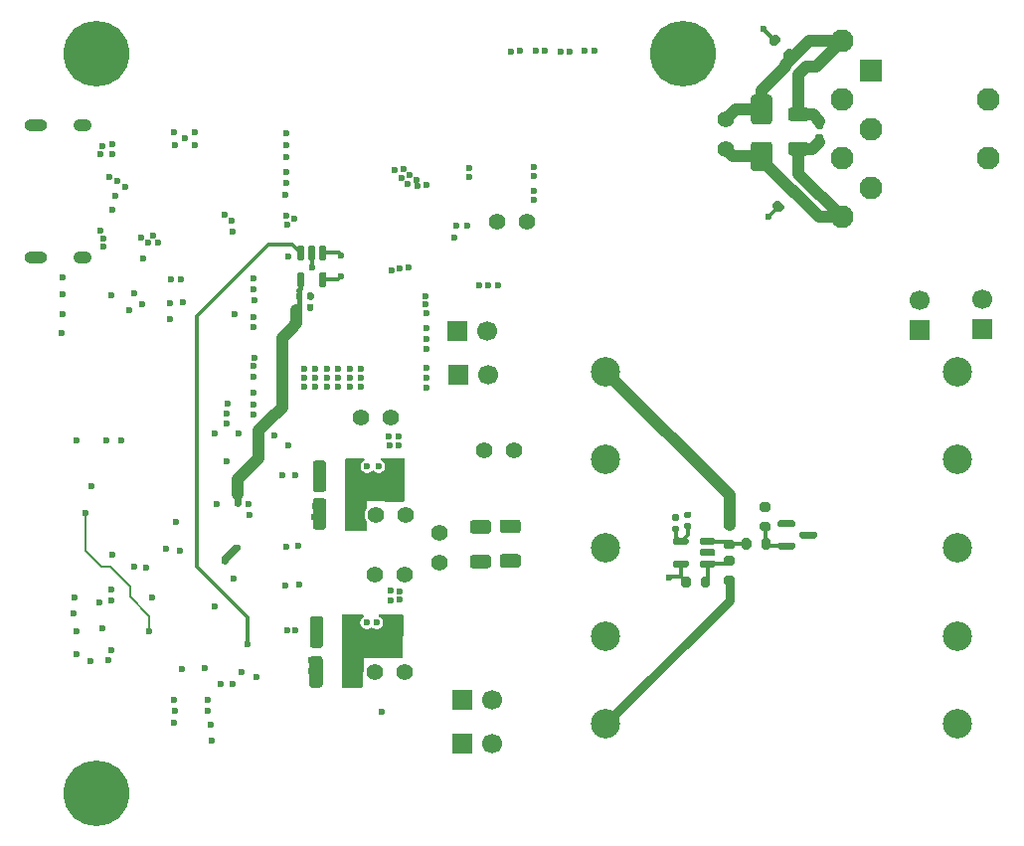
<source format=gbr>
G04 #@! TF.GenerationSoftware,KiCad,Pcbnew,9.0.1+1*
G04 #@! TF.CreationDate,2025-12-16T10:26:37+00:00*
G04 #@! TF.ProjectId,c64psu,63363470-7375-42e6-9b69-6361645f7063,rev?*
G04 #@! TF.SameCoordinates,Original*
G04 #@! TF.FileFunction,Copper,L4,Bot*
G04 #@! TF.FilePolarity,Positive*
%FSLAX46Y46*%
G04 Gerber Fmt 4.6, Leading zero omitted, Abs format (unit mm)*
G04 Created by KiCad (PCBNEW 9.0.1+1) date 2025-12-16 10:26:37*
%MOMM*%
%LPD*%
G01*
G04 APERTURE LIST*
G04 #@! TA.AperFunction,ComponentPad*
%ADD10C,2.500000*%
G04 #@! TD*
G04 #@! TA.AperFunction,ComponentPad*
%ADD11C,1.400000*%
G04 #@! TD*
G04 #@! TA.AperFunction,ComponentPad*
%ADD12C,3.600000*%
G04 #@! TD*
G04 #@! TA.AperFunction,ConnectorPad*
%ADD13C,5.600000*%
G04 #@! TD*
G04 #@! TA.AperFunction,ComponentPad*
%ADD14R,1.700000X1.700000*%
G04 #@! TD*
G04 #@! TA.AperFunction,ComponentPad*
%ADD15C,1.700000*%
G04 #@! TD*
G04 #@! TA.AperFunction,ComponentPad*
%ADD16O,1.550000X1.050000*%
G04 #@! TD*
G04 #@! TA.AperFunction,ComponentPad*
%ADD17O,1.950000X1.050000*%
G04 #@! TD*
G04 #@! TA.AperFunction,ComponentPad*
%ADD18C,1.950000*%
G04 #@! TD*
G04 #@! TA.AperFunction,ComponentPad*
%ADD19R,1.950000X1.950000*%
G04 #@! TD*
G04 #@! TA.AperFunction,ViaPad*
%ADD20C,0.600000*%
G04 #@! TD*
G04 #@! TA.AperFunction,Conductor*
%ADD21C,0.300000*%
G04 #@! TD*
G04 #@! TA.AperFunction,Conductor*
%ADD22C,0.800000*%
G04 #@! TD*
G04 #@! TA.AperFunction,Conductor*
%ADD23C,1.000000*%
G04 #@! TD*
G04 #@! TA.AperFunction,Conductor*
%ADD24C,0.600000*%
G04 #@! TD*
G04 #@! TA.AperFunction,Conductor*
%ADD25C,0.400000*%
G04 #@! TD*
G04 #@! TA.AperFunction,Conductor*
%ADD26C,0.210000*%
G04 #@! TD*
G04 APERTURE END LIST*
D10*
X183370000Y-69110000D03*
X183370000Y-76610000D03*
X183370000Y-84110000D03*
X183370000Y-91610000D03*
X183370000Y-99110000D03*
X213370000Y-69110000D03*
X213370000Y-76610000D03*
X213370000Y-84110000D03*
X213370000Y-91610000D03*
X213370000Y-99110000D03*
D11*
X163748400Y-94691200D03*
X166288400Y-94691200D03*
X163799200Y-81330800D03*
X166339200Y-81330800D03*
D12*
X190000000Y-42000000D03*
D13*
X190000000Y-42000000D03*
D14*
X170784600Y-65684400D03*
D15*
X173324600Y-65684400D03*
D14*
X171140200Y-100787200D03*
D15*
X173680200Y-100787200D03*
D14*
X170835400Y-69392800D03*
D15*
X173375400Y-69392800D03*
D11*
X172994001Y-75844400D03*
X175534001Y-75844400D03*
X165079999Y-73050400D03*
X162539999Y-73050400D03*
X169214800Y-85344000D03*
X169214800Y-82804000D03*
D16*
X138850000Y-48155000D03*
X138850000Y-59395000D03*
D17*
X134850000Y-48155000D03*
X134850000Y-59395000D03*
D14*
X171140200Y-97078800D03*
D15*
X173680200Y-97078800D03*
D11*
X166248400Y-86410800D03*
X163708400Y-86410800D03*
D12*
X140000000Y-105000000D03*
D13*
X140000000Y-105000000D03*
D11*
X174170300Y-56365150D03*
X176710300Y-56365150D03*
D18*
X215980000Y-50940000D03*
X215980000Y-45940000D03*
D19*
X205980000Y-43440000D03*
D18*
X205980000Y-48440000D03*
X205980000Y-53440000D03*
X203480000Y-45940000D03*
X203480000Y-50940000D03*
X203480000Y-40940000D03*
X203480000Y-55940000D03*
D11*
X193598800Y-50170399D03*
X193598800Y-47630399D03*
D12*
X140000000Y-42000000D03*
D13*
X140000000Y-42000000D03*
G04 #@! TA.AperFunction,SMDPad,CuDef*
G36*
G01*
X197296800Y-52036802D02*
X195996800Y-52036802D01*
G75*
G02*
X195746800Y-51786802I0J250000D01*
G01*
X195746800Y-49786802D01*
G75*
G02*
X195996800Y-49536802I250000J0D01*
G01*
X197296800Y-49536802D01*
G75*
G02*
X197546800Y-49786802I0J-250000D01*
G01*
X197546800Y-51786802D01*
G75*
G02*
X197296800Y-52036802I-250000J0D01*
G01*
G37*
G04 #@! TD.AperFunction*
G04 #@! TA.AperFunction,SMDPad,CuDef*
G36*
G01*
X197296800Y-48036800D02*
X195996800Y-48036800D01*
G75*
G02*
X195746800Y-47786800I0J250000D01*
G01*
X195746800Y-45786800D01*
G75*
G02*
X195996800Y-45536800I250000J0D01*
G01*
X197296800Y-45536800D01*
G75*
G02*
X197546800Y-45786800I0J-250000D01*
G01*
X197546800Y-47786800D01*
G75*
G02*
X197296800Y-48036800I-250000J0D01*
G01*
G37*
G04 #@! TD.AperFunction*
G04 #@! TA.AperFunction,SMDPad,CuDef*
G36*
G01*
X193628600Y-84830200D02*
X194178600Y-84830200D01*
G75*
G02*
X194378600Y-85030200I0J-200000D01*
G01*
X194378600Y-85430200D01*
G75*
G02*
X194178600Y-85630200I-200000J0D01*
G01*
X193628600Y-85630200D01*
G75*
G02*
X193428600Y-85430200I0J200000D01*
G01*
X193428600Y-85030200D01*
G75*
G02*
X193628600Y-84830200I200000J0D01*
G01*
G37*
G04 #@! TD.AperFunction*
G04 #@! TA.AperFunction,SMDPad,CuDef*
G36*
G01*
X193628600Y-86480200D02*
X194178600Y-86480200D01*
G75*
G02*
X194378600Y-86680200I0J-200000D01*
G01*
X194378600Y-87080200D01*
G75*
G02*
X194178600Y-87280200I-200000J0D01*
G01*
X193628600Y-87280200D01*
G75*
G02*
X193428600Y-87080200I0J200000D01*
G01*
X193428600Y-86680200D01*
G75*
G02*
X193628600Y-86480200I200000J0D01*
G01*
G37*
G04 #@! TD.AperFunction*
G04 #@! TA.AperFunction,SMDPad,CuDef*
G36*
G01*
X192706400Y-83431201D02*
X192706400Y-83731201D01*
G75*
G02*
X192556400Y-83881201I-150000J0D01*
G01*
X191531400Y-83881201D01*
G75*
G02*
X191381400Y-83731201I0J150000D01*
G01*
X191381400Y-83431201D01*
G75*
G02*
X191531400Y-83281201I150000J0D01*
G01*
X192556400Y-83281201D01*
G75*
G02*
X192706400Y-83431201I0J-150000D01*
G01*
G37*
G04 #@! TD.AperFunction*
G04 #@! TA.AperFunction,SMDPad,CuDef*
G36*
G01*
X192706400Y-84381200D02*
X192706400Y-84681200D01*
G75*
G02*
X192556400Y-84831200I-150000J0D01*
G01*
X191531400Y-84831200D01*
G75*
G02*
X191381400Y-84681200I0J150000D01*
G01*
X191381400Y-84381200D01*
G75*
G02*
X191531400Y-84231200I150000J0D01*
G01*
X192556400Y-84231200D01*
G75*
G02*
X192706400Y-84381200I0J-150000D01*
G01*
G37*
G04 #@! TD.AperFunction*
G04 #@! TA.AperFunction,SMDPad,CuDef*
G36*
G01*
X192706400Y-85331199D02*
X192706400Y-85631199D01*
G75*
G02*
X192556400Y-85781199I-150000J0D01*
G01*
X191531400Y-85781199D01*
G75*
G02*
X191381400Y-85631199I0J150000D01*
G01*
X191381400Y-85331199D01*
G75*
G02*
X191531400Y-85181199I150000J0D01*
G01*
X192556400Y-85181199D01*
G75*
G02*
X192706400Y-85331199I0J-150000D01*
G01*
G37*
G04 #@! TD.AperFunction*
G04 #@! TA.AperFunction,SMDPad,CuDef*
G36*
G01*
X190431400Y-85331199D02*
X190431400Y-85631199D01*
G75*
G02*
X190281400Y-85781199I-150000J0D01*
G01*
X189256400Y-85781199D01*
G75*
G02*
X189106400Y-85631199I0J150000D01*
G01*
X189106400Y-85331199D01*
G75*
G02*
X189256400Y-85181199I150000J0D01*
G01*
X190281400Y-85181199D01*
G75*
G02*
X190431400Y-85331199I0J-150000D01*
G01*
G37*
G04 #@! TD.AperFunction*
G04 #@! TA.AperFunction,SMDPad,CuDef*
G36*
G01*
X190431400Y-83431201D02*
X190431400Y-83731201D01*
G75*
G02*
X190281400Y-83881201I-150000J0D01*
G01*
X189256400Y-83881201D01*
G75*
G02*
X189106400Y-83731201I0J150000D01*
G01*
X189106400Y-83431201D01*
G75*
G02*
X189256400Y-83281201I150000J0D01*
G01*
X190281400Y-83281201D01*
G75*
G02*
X190431400Y-83431201I0J-150000D01*
G01*
G37*
G04 #@! TD.AperFunction*
G04 #@! TA.AperFunction,SMDPad,CuDef*
G36*
G01*
X157243601Y-58347200D02*
X157543601Y-58347200D01*
G75*
G02*
X157693601Y-58497200I0J-150000D01*
G01*
X157693601Y-59522200D01*
G75*
G02*
X157543601Y-59672200I-150000J0D01*
G01*
X157243601Y-59672200D01*
G75*
G02*
X157093601Y-59522200I0J150000D01*
G01*
X157093601Y-58497200D01*
G75*
G02*
X157243601Y-58347200I150000J0D01*
G01*
G37*
G04 #@! TD.AperFunction*
G04 #@! TA.AperFunction,SMDPad,CuDef*
G36*
G01*
X158193600Y-58347200D02*
X158493600Y-58347200D01*
G75*
G02*
X158643600Y-58497200I0J-150000D01*
G01*
X158643600Y-59522200D01*
G75*
G02*
X158493600Y-59672200I-150000J0D01*
G01*
X158193600Y-59672200D01*
G75*
G02*
X158043600Y-59522200I0J150000D01*
G01*
X158043600Y-58497200D01*
G75*
G02*
X158193600Y-58347200I150000J0D01*
G01*
G37*
G04 #@! TD.AperFunction*
G04 #@! TA.AperFunction,SMDPad,CuDef*
G36*
G01*
X159143599Y-58347200D02*
X159443599Y-58347200D01*
G75*
G02*
X159593599Y-58497200I0J-150000D01*
G01*
X159593599Y-59522200D01*
G75*
G02*
X159443599Y-59672200I-150000J0D01*
G01*
X159143599Y-59672200D01*
G75*
G02*
X158993599Y-59522200I0J150000D01*
G01*
X158993599Y-58497200D01*
G75*
G02*
X159143599Y-58347200I150000J0D01*
G01*
G37*
G04 #@! TD.AperFunction*
G04 #@! TA.AperFunction,SMDPad,CuDef*
G36*
G01*
X159143599Y-60622200D02*
X159443599Y-60622200D01*
G75*
G02*
X159593599Y-60772200I0J-150000D01*
G01*
X159593599Y-61797200D01*
G75*
G02*
X159443599Y-61947200I-150000J0D01*
G01*
X159143599Y-61947200D01*
G75*
G02*
X158993599Y-61797200I0J150000D01*
G01*
X158993599Y-60772200D01*
G75*
G02*
X159143599Y-60622200I150000J0D01*
G01*
G37*
G04 #@! TD.AperFunction*
G04 #@! TA.AperFunction,SMDPad,CuDef*
G36*
G01*
X157243601Y-60622200D02*
X157543601Y-60622200D01*
G75*
G02*
X157693601Y-60772200I0J-150000D01*
G01*
X157693601Y-61797200D01*
G75*
G02*
X157543601Y-61947200I-150000J0D01*
G01*
X157243601Y-61947200D01*
G75*
G02*
X157093601Y-61797200I0J150000D01*
G01*
X157093601Y-60772200D01*
G75*
G02*
X157243601Y-60622200I150000J0D01*
G01*
G37*
G04 #@! TD.AperFunction*
G04 #@! TA.AperFunction,SMDPad,CuDef*
G36*
G01*
X192283800Y-86745400D02*
X192283800Y-87295400D01*
G75*
G02*
X192083800Y-87495400I-200000J0D01*
G01*
X191683800Y-87495400D01*
G75*
G02*
X191483800Y-87295400I0J200000D01*
G01*
X191483800Y-86745400D01*
G75*
G02*
X191683800Y-86545400I200000J0D01*
G01*
X192083800Y-86545400D01*
G75*
G02*
X192283800Y-86745400I0J-200000D01*
G01*
G37*
G04 #@! TD.AperFunction*
G04 #@! TA.AperFunction,SMDPad,CuDef*
G36*
G01*
X190633800Y-86745400D02*
X190633800Y-87295400D01*
G75*
G02*
X190433800Y-87495400I-200000J0D01*
G01*
X190033800Y-87495400D01*
G75*
G02*
X189833800Y-87295400I0J200000D01*
G01*
X189833800Y-86745400D01*
G75*
G02*
X190033800Y-86545400I200000J0D01*
G01*
X190433800Y-86545400D01*
G75*
G02*
X190633800Y-86745400I0J-200000D01*
G01*
G37*
G04 #@! TD.AperFunction*
G04 #@! TA.AperFunction,SMDPad,CuDef*
G36*
G01*
X197226600Y-82696000D02*
X196676600Y-82696000D01*
G75*
G02*
X196476600Y-82496000I0J200000D01*
G01*
X196476600Y-82096000D01*
G75*
G02*
X196676600Y-81896000I200000J0D01*
G01*
X197226600Y-81896000D01*
G75*
G02*
X197426600Y-82096000I0J-200000D01*
G01*
X197426600Y-82496000D01*
G75*
G02*
X197226600Y-82696000I-200000J0D01*
G01*
G37*
G04 #@! TD.AperFunction*
G04 #@! TA.AperFunction,SMDPad,CuDef*
G36*
G01*
X197226600Y-81046000D02*
X196676600Y-81046000D01*
G75*
G02*
X196476600Y-80846000I0J200000D01*
G01*
X196476600Y-80446000D01*
G75*
G02*
X196676600Y-80246000I200000J0D01*
G01*
X197226600Y-80246000D01*
G75*
G02*
X197426600Y-80446000I0J-200000D01*
G01*
X197426600Y-80846000D01*
G75*
G02*
X197226600Y-81046000I-200000J0D01*
G01*
G37*
G04 #@! TD.AperFunction*
G04 #@! TA.AperFunction,SMDPad,CuDef*
G36*
G01*
X162222400Y-93591200D02*
X162222400Y-95791200D01*
G75*
G02*
X161972400Y-96041200I-250000J0D01*
G01*
X161322400Y-96041200D01*
G75*
G02*
X161072400Y-95791200I0J250000D01*
G01*
X161072400Y-93591200D01*
G75*
G02*
X161322400Y-93341200I250000J0D01*
G01*
X161972400Y-93341200D01*
G75*
G02*
X162222400Y-93591200I0J-250000D01*
G01*
G37*
G04 #@! TD.AperFunction*
G04 #@! TA.AperFunction,SMDPad,CuDef*
G36*
G01*
X159272400Y-93591200D02*
X159272400Y-95791200D01*
G75*
G02*
X159022400Y-96041200I-250000J0D01*
G01*
X158372400Y-96041200D01*
G75*
G02*
X158122400Y-95791200I0J250000D01*
G01*
X158122400Y-93591200D01*
G75*
G02*
X158372400Y-93341200I250000J0D01*
G01*
X159022400Y-93341200D01*
G75*
G02*
X159272400Y-93591200I0J-250000D01*
G01*
G37*
G04 #@! TD.AperFunction*
G04 #@! TA.AperFunction,SMDPad,CuDef*
G36*
G01*
X158427199Y-79128800D02*
X158427199Y-76928800D01*
G75*
G02*
X158677199Y-76678800I250000J0D01*
G01*
X159327199Y-76678800D01*
G75*
G02*
X159577199Y-76928800I0J-250000D01*
G01*
X159577199Y-79128800D01*
G75*
G02*
X159327199Y-79378800I-250000J0D01*
G01*
X158677199Y-79378800D01*
G75*
G02*
X158427199Y-79128800I0J250000D01*
G01*
G37*
G04 #@! TD.AperFunction*
G04 #@! TA.AperFunction,SMDPad,CuDef*
G36*
G01*
X161377201Y-79128800D02*
X161377201Y-76928800D01*
G75*
G02*
X161627201Y-76678800I250000J0D01*
G01*
X162277201Y-76678800D01*
G75*
G02*
X162527201Y-76928800I0J-250000D01*
G01*
X162527201Y-79128800D01*
G75*
G02*
X162277201Y-79378800I-250000J0D01*
G01*
X161627201Y-79378800D01*
G75*
G02*
X161377201Y-79128800I0J250000D01*
G01*
G37*
G04 #@! TD.AperFunction*
G04 #@! TA.AperFunction,SMDPad,CuDef*
G36*
G01*
X174603708Y-81712215D02*
X175903708Y-81712215D01*
G75*
G02*
X176153708Y-81962215I0J-250000D01*
G01*
X176153708Y-82612215D01*
G75*
G02*
X175903708Y-82862215I-250000J0D01*
G01*
X174603708Y-82862215D01*
G75*
G02*
X174353708Y-82612215I0J250000D01*
G01*
X174353708Y-81962215D01*
G75*
G02*
X174603708Y-81712215I250000J0D01*
G01*
G37*
G04 #@! TD.AperFunction*
G04 #@! TA.AperFunction,SMDPad,CuDef*
G36*
G01*
X174603708Y-84662217D02*
X175903708Y-84662217D01*
G75*
G02*
X176153708Y-84912217I0J-250000D01*
G01*
X176153708Y-85562217D01*
G75*
G02*
X175903708Y-85812217I-250000J0D01*
G01*
X174603708Y-85812217D01*
G75*
G02*
X174353708Y-85562217I0J250000D01*
G01*
X174353708Y-84912217D01*
G75*
G02*
X174603708Y-84662217I250000J0D01*
G01*
G37*
G04 #@! TD.AperFunction*
G04 #@! TA.AperFunction,SMDPad,CuDef*
G36*
G01*
X199350551Y-53396940D02*
X199739460Y-53785849D01*
G75*
G02*
X199739460Y-54068691I-141421J-141421D01*
G01*
X199456617Y-54351534D01*
G75*
G02*
X199173775Y-54351534I-141421J141421D01*
G01*
X198784866Y-53962625D01*
G75*
G02*
X198784866Y-53679783I141421J141421D01*
G01*
X199067709Y-53396940D01*
G75*
G02*
X199350551Y-53396940I141421J-141421D01*
G01*
G37*
G04 #@! TD.AperFunction*
G04 #@! TA.AperFunction,SMDPad,CuDef*
G36*
G01*
X198183825Y-54563666D02*
X198572734Y-54952575D01*
G75*
G02*
X198572734Y-55235417I-141421J-141421D01*
G01*
X198289891Y-55518260D01*
G75*
G02*
X198007049Y-55518260I-141421J141421D01*
G01*
X197618140Y-55129351D01*
G75*
G02*
X197618140Y-54846509I141421J141421D01*
G01*
X197900983Y-54563666D01*
G75*
G02*
X198183825Y-54563666I141421J-141421D01*
G01*
G37*
G04 #@! TD.AperFunction*
G04 #@! TA.AperFunction,SMDPad,CuDef*
G36*
G01*
X199170000Y-46619999D02*
X200470000Y-46619999D01*
G75*
G02*
X200720000Y-46869999I0J-250000D01*
G01*
X200720000Y-47519999D01*
G75*
G02*
X200470000Y-47769999I-250000J0D01*
G01*
X199170000Y-47769999D01*
G75*
G02*
X198920000Y-47519999I0J250000D01*
G01*
X198920000Y-46869999D01*
G75*
G02*
X199170000Y-46619999I250000J0D01*
G01*
G37*
G04 #@! TD.AperFunction*
G04 #@! TA.AperFunction,SMDPad,CuDef*
G36*
G01*
X199170000Y-49570001D02*
X200470000Y-49570001D01*
G75*
G02*
X200720000Y-49820001I0J-250000D01*
G01*
X200720000Y-50470001D01*
G75*
G02*
X200470000Y-50720001I-250000J0D01*
G01*
X199170000Y-50720001D01*
G75*
G02*
X198920000Y-50470001I0J250000D01*
G01*
X198920000Y-49820001D01*
G75*
G02*
X199170000Y-49570001I250000J0D01*
G01*
G37*
G04 #@! TD.AperFunction*
G04 #@! TA.AperFunction,SMDPad,CuDef*
G36*
G01*
X156974000Y-63822400D02*
X156974000Y-63482400D01*
G75*
G02*
X157114000Y-63342400I140000J0D01*
G01*
X157394000Y-63342400D01*
G75*
G02*
X157534000Y-63482400I0J-140000D01*
G01*
X157534000Y-63822400D01*
G75*
G02*
X157394000Y-63962400I-140000J0D01*
G01*
X157114000Y-63962400D01*
G75*
G02*
X156974000Y-63822400I0J140000D01*
G01*
G37*
G04 #@! TD.AperFunction*
G04 #@! TA.AperFunction,SMDPad,CuDef*
G36*
G01*
X157934000Y-63822400D02*
X157934000Y-63482400D01*
G75*
G02*
X158074000Y-63342400I140000J0D01*
G01*
X158354000Y-63342400D01*
G75*
G02*
X158494000Y-63482400I0J-140000D01*
G01*
X158494000Y-63822400D01*
G75*
G02*
X158354000Y-63962400I-140000J0D01*
G01*
X158074000Y-63962400D01*
G75*
G02*
X157934000Y-63822400I0J140000D01*
G01*
G37*
G04 #@! TD.AperFunction*
G04 #@! TA.AperFunction,SMDPad,CuDef*
G36*
G01*
X158427199Y-82329200D02*
X158427199Y-80129200D01*
G75*
G02*
X158677199Y-79879200I250000J0D01*
G01*
X159327199Y-79879200D01*
G75*
G02*
X159577199Y-80129200I0J-250000D01*
G01*
X159577199Y-82329200D01*
G75*
G02*
X159327199Y-82579200I-250000J0D01*
G01*
X158677199Y-82579200D01*
G75*
G02*
X158427199Y-82329200I0J250000D01*
G01*
G37*
G04 #@! TD.AperFunction*
G04 #@! TA.AperFunction,SMDPad,CuDef*
G36*
G01*
X161377201Y-82329200D02*
X161377201Y-80129200D01*
G75*
G02*
X161627201Y-79879200I250000J0D01*
G01*
X162277201Y-79879200D01*
G75*
G02*
X162527201Y-80129200I0J-250000D01*
G01*
X162527201Y-82329200D01*
G75*
G02*
X162277201Y-82579200I-250000J0D01*
G01*
X161627201Y-82579200D01*
G75*
G02*
X161377201Y-82329200I0J250000D01*
G01*
G37*
G04 #@! TD.AperFunction*
G04 #@! TA.AperFunction,SMDPad,CuDef*
G36*
G01*
X162273201Y-90187600D02*
X162273201Y-92387600D01*
G75*
G02*
X162023201Y-92637600I-250000J0D01*
G01*
X161373201Y-92637600D01*
G75*
G02*
X161123201Y-92387600I0J250000D01*
G01*
X161123201Y-90187600D01*
G75*
G02*
X161373201Y-89937600I250000J0D01*
G01*
X162023201Y-89937600D01*
G75*
G02*
X162273201Y-90187600I0J-250000D01*
G01*
G37*
G04 #@! TD.AperFunction*
G04 #@! TA.AperFunction,SMDPad,CuDef*
G36*
G01*
X159323199Y-90187600D02*
X159323199Y-92387600D01*
G75*
G02*
X159073199Y-92637600I-250000J0D01*
G01*
X158423199Y-92637600D01*
G75*
G02*
X158173199Y-92387600I0J250000D01*
G01*
X158173199Y-90187600D01*
G75*
G02*
X158423199Y-89937600I250000J0D01*
G01*
X159073199Y-89937600D01*
G75*
G02*
X159323199Y-90187600I0J-250000D01*
G01*
G37*
G04 #@! TD.AperFunction*
G04 #@! TA.AperFunction,SMDPad,CuDef*
G36*
G01*
X194964600Y-84044200D02*
X194964600Y-83494200D01*
G75*
G02*
X195164600Y-83294200I200000J0D01*
G01*
X195564600Y-83294200D01*
G75*
G02*
X195764600Y-83494200I0J-200000D01*
G01*
X195764600Y-84044200D01*
G75*
G02*
X195564600Y-84244200I-200000J0D01*
G01*
X195164600Y-84244200D01*
G75*
G02*
X194964600Y-84044200I0J200000D01*
G01*
G37*
G04 #@! TD.AperFunction*
G04 #@! TA.AperFunction,SMDPad,CuDef*
G36*
G01*
X196614600Y-84044200D02*
X196614600Y-83494200D01*
G75*
G02*
X196814600Y-83294200I200000J0D01*
G01*
X197214600Y-83294200D01*
G75*
G02*
X197414600Y-83494200I0J-200000D01*
G01*
X197414600Y-84044200D01*
G75*
G02*
X197214600Y-84244200I-200000J0D01*
G01*
X196814600Y-84244200D01*
G75*
G02*
X196614600Y-84044200I0J200000D01*
G01*
G37*
G04 #@! TD.AperFunction*
D14*
X215442800Y-65486200D03*
D15*
X215442800Y-62946200D03*
G04 #@! TA.AperFunction,SMDPad,CuDef*
G36*
G01*
X189161600Y-81259200D02*
X189501600Y-81259200D01*
G75*
G02*
X189641600Y-81399200I0J-140000D01*
G01*
X189641600Y-81679200D01*
G75*
G02*
X189501600Y-81819200I-140000J0D01*
G01*
X189161600Y-81819200D01*
G75*
G02*
X189021600Y-81679200I0J140000D01*
G01*
X189021600Y-81399200D01*
G75*
G02*
X189161600Y-81259200I140000J0D01*
G01*
G37*
G04 #@! TD.AperFunction*
G04 #@! TA.AperFunction,SMDPad,CuDef*
G36*
G01*
X189161600Y-82219200D02*
X189501600Y-82219200D01*
G75*
G02*
X189641600Y-82359200I0J-140000D01*
G01*
X189641600Y-82639200D01*
G75*
G02*
X189501600Y-82779200I-140000J0D01*
G01*
X189161600Y-82779200D01*
G75*
G02*
X189021600Y-82639200I0J140000D01*
G01*
X189021600Y-82359200D01*
G75*
G02*
X189161600Y-82219200I140000J0D01*
G01*
G37*
G04 #@! TD.AperFunction*
G04 #@! TA.AperFunction,SMDPad,CuDef*
G36*
G01*
X198019800Y-84121300D02*
X198019800Y-83821300D01*
G75*
G02*
X198169800Y-83671300I150000J0D01*
G01*
X199344800Y-83671300D01*
G75*
G02*
X199494800Y-83821300I0J-150000D01*
G01*
X199494800Y-84121300D01*
G75*
G02*
X199344800Y-84271300I-150000J0D01*
G01*
X198169800Y-84271300D01*
G75*
G02*
X198019800Y-84121300I0J150000D01*
G01*
G37*
G04 #@! TD.AperFunction*
G04 #@! TA.AperFunction,SMDPad,CuDef*
G36*
G01*
X198019800Y-82221300D02*
X198019800Y-81921300D01*
G75*
G02*
X198169800Y-81771300I150000J0D01*
G01*
X199344800Y-81771300D01*
G75*
G02*
X199494800Y-81921300I0J-150000D01*
G01*
X199494800Y-82221300D01*
G75*
G02*
X199344800Y-82371300I-150000J0D01*
G01*
X198169800Y-82371300D01*
G75*
G02*
X198019800Y-82221300I0J150000D01*
G01*
G37*
G04 #@! TD.AperFunction*
G04 #@! TA.AperFunction,SMDPad,CuDef*
G36*
G01*
X199894801Y-83171300D02*
X199894801Y-82871300D01*
G75*
G02*
X200044801Y-82721300I150000J0D01*
G01*
X201219801Y-82721300D01*
G75*
G02*
X201369801Y-82871300I0J-150000D01*
G01*
X201369801Y-83171300D01*
G75*
G02*
X201219801Y-83321300I-150000J0D01*
G01*
X200044801Y-83321300D01*
G75*
G02*
X199894801Y-83171300I0J150000D01*
G01*
G37*
G04 #@! TD.AperFunction*
G04 #@! TA.AperFunction,SMDPad,CuDef*
G36*
G01*
X172071743Y-81763741D02*
X173371743Y-81763741D01*
G75*
G02*
X173621743Y-82013741I0J-250000D01*
G01*
X173621743Y-82663741D01*
G75*
G02*
X173371743Y-82913741I-250000J0D01*
G01*
X172071743Y-82913741D01*
G75*
G02*
X171821743Y-82663741I0J250000D01*
G01*
X171821743Y-82013741D01*
G75*
G02*
X172071743Y-81763741I250000J0D01*
G01*
G37*
G04 #@! TD.AperFunction*
G04 #@! TA.AperFunction,SMDPad,CuDef*
G36*
G01*
X172071743Y-84713743D02*
X173371743Y-84713743D01*
G75*
G02*
X173621743Y-84963743I0J-250000D01*
G01*
X173621743Y-85613743D01*
G75*
G02*
X173371743Y-85863743I-250000J0D01*
G01*
X172071743Y-85863743D01*
G75*
G02*
X171821743Y-85613743I0J250000D01*
G01*
X171821743Y-84963743D01*
G75*
G02*
X172071743Y-84713743I250000J0D01*
G01*
G37*
G04 #@! TD.AperFunction*
G04 #@! TA.AperFunction,SMDPad,CuDef*
G36*
G01*
X201404400Y-47906400D02*
X201744400Y-47906400D01*
G75*
G02*
X201884400Y-48046400I0J-140000D01*
G01*
X201884400Y-48326400D01*
G75*
G02*
X201744400Y-48466400I-140000J0D01*
G01*
X201404400Y-48466400D01*
G75*
G02*
X201264400Y-48326400I0J140000D01*
G01*
X201264400Y-48046400D01*
G75*
G02*
X201404400Y-47906400I140000J0D01*
G01*
G37*
G04 #@! TD.AperFunction*
G04 #@! TA.AperFunction,SMDPad,CuDef*
G36*
G01*
X201404400Y-48866400D02*
X201744400Y-48866400D01*
G75*
G02*
X201884400Y-49006400I0J-140000D01*
G01*
X201884400Y-49286400D01*
G75*
G02*
X201744400Y-49426400I-140000J0D01*
G01*
X201404400Y-49426400D01*
G75*
G02*
X201264400Y-49286400I0J140000D01*
G01*
X201264400Y-49006400D01*
G75*
G02*
X201404400Y-48866400I140000J0D01*
G01*
G37*
G04 #@! TD.AperFunction*
G04 #@! TA.AperFunction,SMDPad,CuDef*
G36*
G01*
X190517600Y-82548000D02*
X190177600Y-82548000D01*
G75*
G02*
X190037600Y-82408000I0J140000D01*
G01*
X190037600Y-82128000D01*
G75*
G02*
X190177600Y-81988000I140000J0D01*
G01*
X190517600Y-81988000D01*
G75*
G02*
X190657600Y-82128000I0J-140000D01*
G01*
X190657600Y-82408000D01*
G75*
G02*
X190517600Y-82548000I-140000J0D01*
G01*
G37*
G04 #@! TD.AperFunction*
G04 #@! TA.AperFunction,SMDPad,CuDef*
G36*
G01*
X190517600Y-81588000D02*
X190177600Y-81588000D01*
G75*
G02*
X190037600Y-81448000I0J140000D01*
G01*
X190037600Y-81168000D01*
G75*
G02*
X190177600Y-81028000I140000J0D01*
G01*
X190517600Y-81028000D01*
G75*
G02*
X190657600Y-81168000I0J-140000D01*
G01*
X190657600Y-81448000D01*
G75*
G02*
X190517600Y-81588000I-140000J0D01*
G01*
G37*
G04 #@! TD.AperFunction*
G04 #@! TA.AperFunction,SMDPad,CuDef*
G36*
G01*
X197313340Y-40831849D02*
X197702249Y-40442940D01*
G75*
G02*
X197985091Y-40442940I141421J-141421D01*
G01*
X198267934Y-40725783D01*
G75*
G02*
X198267934Y-41008625I-141421J-141421D01*
G01*
X197879025Y-41397534D01*
G75*
G02*
X197596183Y-41397534I-141421J141421D01*
G01*
X197313340Y-41114691D01*
G75*
G02*
X197313340Y-40831849I141421J141421D01*
G01*
G37*
G04 #@! TD.AperFunction*
G04 #@! TA.AperFunction,SMDPad,CuDef*
G36*
G01*
X198480066Y-41998575D02*
X198868975Y-41609666D01*
G75*
G02*
X199151817Y-41609666I141421J-141421D01*
G01*
X199434660Y-41892509D01*
G75*
G02*
X199434660Y-42175351I-141421J-141421D01*
G01*
X199045751Y-42564260D01*
G75*
G02*
X198762909Y-42564260I-141421J141421D01*
G01*
X198480066Y-42281417D01*
G75*
G02*
X198480066Y-41998575I141421J141421D01*
G01*
G37*
G04 #@! TD.AperFunction*
D14*
X210108800Y-65537000D03*
D15*
X210108800Y-62997000D03*
G04 #@! TA.AperFunction,SMDPad,CuDef*
G36*
G01*
X158522000Y-62517200D02*
X158522000Y-62857200D01*
G75*
G02*
X158382000Y-62997200I-140000J0D01*
G01*
X158102000Y-62997200D01*
G75*
G02*
X157962000Y-62857200I0J140000D01*
G01*
X157962000Y-62517200D01*
G75*
G02*
X158102000Y-62377200I140000J0D01*
G01*
X158382000Y-62377200D01*
G75*
G02*
X158522000Y-62517200I0J-140000D01*
G01*
G37*
G04 #@! TD.AperFunction*
G04 #@! TA.AperFunction,SMDPad,CuDef*
G36*
G01*
X157562000Y-62517200D02*
X157562000Y-62857200D01*
G75*
G02*
X157422000Y-62997200I-140000J0D01*
G01*
X157142000Y-62997200D01*
G75*
G02*
X157002000Y-62857200I0J140000D01*
G01*
X157002000Y-62517200D01*
G75*
G02*
X157142000Y-62377200I140000J0D01*
G01*
X157422000Y-62377200D01*
G75*
G02*
X157562000Y-62517200I0J-140000D01*
G01*
G37*
G04 #@! TD.AperFunction*
G04 #@! TA.AperFunction,SMDPad,CuDef*
G36*
G01*
X194178600Y-84232200D02*
X193628600Y-84232200D01*
G75*
G02*
X193428600Y-84032200I0J200000D01*
G01*
X193428600Y-83632200D01*
G75*
G02*
X193628600Y-83432200I200000J0D01*
G01*
X194178600Y-83432200D01*
G75*
G02*
X194378600Y-83632200I0J-200000D01*
G01*
X194378600Y-84032200D01*
G75*
G02*
X194178600Y-84232200I-200000J0D01*
G01*
G37*
G04 #@! TD.AperFunction*
G04 #@! TA.AperFunction,SMDPad,CuDef*
G36*
G01*
X194178600Y-82582200D02*
X193628600Y-82582200D01*
G75*
G02*
X193428600Y-82382200I0J200000D01*
G01*
X193428600Y-81982200D01*
G75*
G02*
X193628600Y-81782200I200000J0D01*
G01*
X194178600Y-81782200D01*
G75*
G02*
X194378600Y-81982200I0J-200000D01*
G01*
X194378600Y-82382200D01*
G75*
G02*
X194178600Y-82582200I-200000J0D01*
G01*
G37*
G04 #@! TD.AperFunction*
D20*
X165108825Y-88595899D03*
X180330666Y-41826435D03*
X137007600Y-65836800D03*
X158242000Y-62687200D03*
X165854388Y-88555442D03*
X153397213Y-69534603D03*
X147232327Y-61231221D03*
X147367023Y-63241024D03*
X165056809Y-87792540D03*
X151605000Y-95741000D03*
X165404800Y-51968400D03*
X158556227Y-81495975D03*
X141333500Y-50573950D03*
X146631130Y-48684508D03*
X151064199Y-76720200D03*
X153414200Y-68630800D03*
X158680941Y-90451412D03*
X140331850Y-57091395D03*
X148432067Y-48691598D03*
X163017200Y-90502800D03*
X177264313Y-54513732D03*
X158270000Y-93675200D03*
X158658756Y-95521926D03*
X158625582Y-80565466D03*
X137109200Y-61112400D03*
X164986239Y-75423107D03*
X150084899Y-74380500D03*
X151683800Y-86777400D03*
X189331600Y-81539200D03*
X156289200Y-91135200D03*
X145282548Y-58147437D03*
X177249454Y-53711346D03*
X158985445Y-78639616D03*
X177249454Y-51660805D03*
X165749141Y-74631307D03*
X149522200Y-98027000D03*
X197205600Y-55930800D03*
X168147627Y-68804616D03*
X153431890Y-63006592D03*
X165731802Y-75382650D03*
X141325600Y-84734400D03*
X138323400Y-93201000D03*
X147531100Y-49253150D03*
X137160000Y-62548750D03*
X144836226Y-57520465D03*
X168063455Y-63370012D03*
X141333500Y-49761150D03*
X153379874Y-64506387D03*
X158270000Y-94640400D03*
X158214000Y-63652400D03*
X159002783Y-77434578D03*
X177271743Y-52478050D03*
X140307085Y-50562617D03*
X143818100Y-57662976D03*
X149245400Y-94318600D03*
X164934223Y-74619748D03*
X166682700Y-52402750D03*
X146654600Y-97061800D03*
X138120200Y-88324200D03*
X156212776Y-48842560D03*
X168099001Y-69646800D03*
X138034789Y-89679611D03*
X146673671Y-49826047D03*
X141320600Y-87641000D03*
X170456850Y-57736750D03*
X153440560Y-67904767D03*
X141320600Y-92794600D03*
X153003299Y-80397700D03*
X146659800Y-98027000D03*
X143962600Y-59486800D03*
X167363100Y-53332350D03*
X176095853Y-41819004D03*
X166606159Y-60251828D03*
X137160000Y-64211200D03*
X144775000Y-88375000D03*
X196799200Y-39928800D03*
X147264200Y-94420200D03*
X168079528Y-64120091D03*
X140304600Y-88781400D03*
X168095611Y-67205124D03*
X144395672Y-58112274D03*
X140863400Y-74944200D03*
X146310724Y-63283560D03*
X178205830Y-41811576D03*
X165871727Y-87804099D03*
X140579500Y-58488140D03*
X146324903Y-61263122D03*
X157175200Y-83972400D03*
X156114589Y-54095953D03*
X164033200Y-77193200D03*
X148417887Y-49804776D03*
X168099001Y-66344800D03*
X156174024Y-52075130D03*
X146287500Y-64656750D03*
X182425784Y-41811576D03*
X165971500Y-52605950D03*
X140503893Y-90994456D03*
X165140473Y-60480033D03*
X156219341Y-53075254D03*
X153362536Y-72742258D03*
X192043900Y-84531200D03*
X158343600Y-60198000D03*
X143228200Y-85733400D03*
X171750508Y-52544481D03*
X156936817Y-77946457D03*
X177455451Y-41819004D03*
X146652601Y-98992200D03*
X153026099Y-81362900D03*
X190347600Y-81308000D03*
X141066600Y-93658200D03*
X156959628Y-91158318D03*
X153414199Y-62077600D03*
X139542600Y-93743611D03*
X153371205Y-70947705D03*
X140569594Y-57765003D03*
X153414199Y-71882000D03*
X156208199Y-49834800D03*
X138323400Y-74944200D03*
X171559500Y-56722749D03*
X168097200Y-53238400D03*
X149522200Y-97061800D03*
X168074170Y-62657438D03*
X156220753Y-50860339D03*
X155861820Y-77955127D03*
X171770320Y-51742096D03*
X175286038Y-41833864D03*
X163870799Y-90502800D03*
X165872153Y-60310763D03*
X167292300Y-52758350D03*
X150214499Y-80397700D03*
X179543140Y-41833864D03*
X166530300Y-53113950D03*
X153371205Y-61160023D03*
X166174700Y-51894750D03*
X158748199Y-91287600D03*
X156159200Y-84023200D03*
X163068000Y-77193200D03*
X138276507Y-91241944D03*
X142133400Y-74944200D03*
X181608540Y-41811576D03*
X152116899Y-74403300D03*
X150120848Y-89122200D03*
X153416000Y-65328800D03*
X168160631Y-65397567D03*
X168121619Y-70443121D03*
X170637200Y-56642000D03*
X140498762Y-49899690D03*
X198808100Y-82057200D03*
X156311600Y-59283600D03*
X151750000Y-64250000D03*
X160832800Y-59183900D03*
X151125000Y-72700000D03*
X190347600Y-82268000D03*
X174250000Y-61750000D03*
X151156092Y-71816415D03*
X189331600Y-82499200D03*
X173375000Y-61750000D03*
X172575000Y-61750000D03*
X151125000Y-73500000D03*
X152014000Y-84082400D03*
X150617000Y-95741000D03*
X152014198Y-79550000D03*
X149855000Y-100516200D03*
X151429800Y-84666600D03*
X196951600Y-80646000D03*
X149753400Y-99144600D03*
X141320600Y-88601000D03*
X152014198Y-80340000D03*
X150921800Y-85174600D03*
X144260200Y-85835000D03*
X141607500Y-54138750D03*
X142846261Y-63856647D03*
X141822754Y-52912510D03*
X143924300Y-63375550D03*
X142458534Y-53398090D03*
X141127500Y-52516750D03*
X143213100Y-62421750D03*
X141367500Y-55349750D03*
X141289958Y-62570008D03*
X144526000Y-91236800D03*
X139039600Y-81127600D03*
X139593400Y-78844200D03*
X146761200Y-81940400D03*
X151540302Y-56263550D03*
X156849777Y-56095732D03*
X156255505Y-56617952D03*
X156179777Y-55825732D03*
X151595100Y-57228750D03*
X150934700Y-55755550D03*
X188772800Y-86614000D03*
X164338000Y-98044000D03*
X174762932Y-82287215D03*
X175833716Y-82231445D03*
X173078677Y-82287215D03*
X172275589Y-82320677D03*
X152857200Y-92354400D03*
X172164049Y-85254180D03*
X175588328Y-85164948D03*
X173112139Y-85254180D03*
X174751778Y-85198410D03*
X157276800Y-87274400D03*
X153670000Y-95148400D03*
X152404000Y-94738000D03*
X156108400Y-87325200D03*
X145925420Y-84198580D03*
X155143200Y-74574400D03*
X147116800Y-84378800D03*
X156325800Y-75412600D03*
X161147697Y-91189962D03*
X161594800Y-69596000D03*
X161594800Y-70358000D03*
X164950168Y-77703450D03*
X159664400Y-68834000D03*
X162997962Y-78314799D03*
X163017200Y-91462800D03*
X159664400Y-69596000D03*
X160578800Y-69646800D03*
X165800405Y-78296818D03*
X165779842Y-90907665D03*
X161654536Y-77952613D03*
X165779856Y-77672626D03*
X160832800Y-61008900D03*
X157734000Y-70358000D03*
X162509200Y-68834000D03*
X157734000Y-68834000D03*
X161594800Y-68834000D03*
X164469823Y-78307093D03*
X163982400Y-91462800D03*
X157734000Y-69596000D03*
X158648400Y-68834000D03*
X162509200Y-69646800D03*
X162095545Y-91253537D03*
X160578800Y-68834000D03*
X159664400Y-70358000D03*
X165461966Y-91531858D03*
X158648400Y-70408800D03*
X158648400Y-69646800D03*
X162206805Y-77986006D03*
X162509200Y-70408800D03*
X160578800Y-70408800D03*
X164745301Y-91115729D03*
X163722333Y-78340486D03*
D21*
X158343600Y-59009700D02*
X158343600Y-60198000D01*
X197790637Y-40920237D02*
X196799200Y-39928800D01*
X198095437Y-55040963D02*
X197205600Y-55930800D01*
X160658600Y-59009700D02*
X160832800Y-59183900D01*
X159293599Y-59009700D02*
X160658600Y-59009700D01*
X189331600Y-82499200D02*
X189331600Y-83143901D01*
X189331600Y-83143901D02*
X189768900Y-83581201D01*
X190347600Y-83002501D02*
X189768900Y-83581201D01*
X190347600Y-82268000D02*
X190347600Y-83002501D01*
D22*
X193903600Y-86880200D02*
X193903600Y-88576400D01*
X193903600Y-88576400D02*
X183370000Y-99110000D01*
D23*
X193903600Y-79643600D02*
X193903600Y-82182200D01*
X183370000Y-69110000D02*
X193903600Y-79643600D01*
X196646800Y-51054000D02*
X201532800Y-55940000D01*
X199820000Y-50145001D02*
X199820000Y-52280000D01*
X196646800Y-50786802D02*
X194215203Y-50786802D01*
X200959399Y-50145001D02*
X201574400Y-49530000D01*
X201532800Y-55940000D02*
X203480000Y-55940000D01*
X194215203Y-50786802D02*
X193598800Y-50170399D01*
X196646800Y-50786802D02*
X196646800Y-51054000D01*
X199820000Y-50145001D02*
X200959399Y-50145001D01*
X199820000Y-52280000D02*
X203480000Y-55940000D01*
X199820000Y-47194999D02*
X201017399Y-47194999D01*
X194442399Y-46786800D02*
X193598800Y-47630399D01*
X201017399Y-47194999D02*
X201574400Y-47752000D01*
X199820000Y-47194999D02*
X199820000Y-43780000D01*
X201280000Y-43140000D02*
X203480000Y-40940000D01*
X200460000Y-43140000D02*
X201280000Y-43140000D01*
X199820000Y-43780000D02*
X200460000Y-43140000D01*
X196646800Y-46786800D02*
X194442399Y-46786800D01*
X196646800Y-46786800D02*
X196646800Y-45161200D01*
X198668000Y-43140000D02*
X198668000Y-42987600D01*
X196646800Y-45161200D02*
X198668000Y-43140000D01*
X198668000Y-42987600D02*
X200715600Y-40940000D01*
X200715600Y-40940000D02*
X203480000Y-40940000D01*
X155803600Y-68072000D02*
X155803600Y-66243200D01*
X154686000Y-73253600D02*
X155803600Y-72136000D01*
X155803600Y-72136000D02*
X155803600Y-68072000D01*
X155803600Y-66243200D02*
X156565600Y-65481200D01*
D24*
X152014198Y-79550000D02*
X152014198Y-80340000D01*
D23*
X152014198Y-78262202D02*
X153212800Y-77063600D01*
D24*
X150921800Y-84976499D02*
X150921800Y-85174600D01*
X151785661Y-84112638D02*
X150921800Y-84976499D01*
D25*
X152014000Y-84082400D02*
X150921800Y-85174600D01*
X157393601Y-61284700D02*
X157393601Y-62011599D01*
D23*
X153212800Y-77063600D02*
X153822400Y-76454000D01*
D25*
X157226000Y-62179200D02*
X157254000Y-62207200D01*
D23*
X157032050Y-65014750D02*
X157032050Y-63850332D01*
D25*
X157393601Y-62011599D02*
X157226000Y-62179200D01*
X157254000Y-62207200D02*
X157254000Y-63652400D01*
D23*
X156565600Y-65481200D02*
X157032050Y-65014750D01*
X152014198Y-79550000D02*
X152014198Y-78262202D01*
X153822400Y-74472800D02*
X153822400Y-74117200D01*
X153822400Y-74117200D02*
X154686000Y-73253600D01*
X153822400Y-76454000D02*
X153822400Y-74472800D01*
D26*
X144526000Y-91236800D02*
X144526000Y-89966800D01*
X142849600Y-88290400D02*
X142849600Y-87376000D01*
X141224000Y-85750400D02*
X140411200Y-85750400D01*
X139039600Y-84378800D02*
X139039600Y-81127600D01*
X144526000Y-89966800D02*
X142849600Y-88290400D01*
X140411200Y-85750400D02*
X139039600Y-84378800D01*
X142849600Y-87376000D02*
X141224000Y-85750400D01*
D21*
X193652601Y-83581201D02*
X193903600Y-83832200D01*
X192043900Y-83581201D02*
X193652601Y-83581201D01*
X193966600Y-83769200D02*
X193903600Y-83832200D01*
X195364600Y-83769200D02*
X193966600Y-83769200D01*
X192043900Y-86860300D02*
X191883800Y-87020400D01*
X192043900Y-85481199D02*
X193652601Y-85481199D01*
X192043900Y-85481199D02*
X192043900Y-86860300D01*
X193652601Y-85481199D02*
X193903600Y-85230200D01*
X196951600Y-82296000D02*
X196951600Y-83706200D01*
X197202600Y-83957200D02*
X197014600Y-83769200D01*
X198808100Y-83957200D02*
X197202600Y-83957200D01*
X196951600Y-83706200D02*
X197014600Y-83769200D01*
X188831300Y-86555500D02*
X188772800Y-86614000D01*
X189768900Y-85481199D02*
X189768900Y-86555500D01*
X189768900Y-86555500D02*
X190233800Y-87020400D01*
X189768900Y-86555500D02*
X188831300Y-86555500D01*
X152857200Y-92354400D02*
X152857200Y-90017600D01*
X148590000Y-64414400D02*
X154686000Y-58318400D01*
X154686000Y-58318400D02*
X156702301Y-58318400D01*
X152857200Y-90017600D02*
X148590000Y-85750400D01*
X148590000Y-85750400D02*
X148590000Y-64414400D01*
X156702301Y-58318400D02*
X157393601Y-59009700D01*
X160557000Y-61284700D02*
X160832800Y-61008900D01*
X159293599Y-61284700D02*
X160557000Y-61284700D01*
G04 #@! TA.AperFunction,Conductor*
G36*
X166103684Y-89781884D02*
G01*
X166149965Y-89834228D01*
X166161680Y-89888541D01*
X166114205Y-93401708D01*
X166093616Y-93468475D01*
X166040199Y-93513512D01*
X165988216Y-93524016D01*
X164468867Y-93499510D01*
X162763200Y-93472000D01*
X162763199Y-93472000D01*
X162714830Y-95890480D01*
X162693809Y-95957112D01*
X162640101Y-96001802D01*
X162590855Y-96012000D01*
X161007600Y-96012000D01*
X160940561Y-95992315D01*
X160894806Y-95939511D01*
X160883600Y-95888000D01*
X160883600Y-89937166D01*
X160903285Y-89870127D01*
X160956089Y-89824372D01*
X161006358Y-89813172D01*
X162675578Y-89796480D01*
X162742811Y-89815493D01*
X162789092Y-89867837D01*
X162799726Y-89936893D01*
X162771338Y-90000736D01*
X162738819Y-90027861D01*
X162679185Y-90062291D01*
X162679182Y-90062293D01*
X162576693Y-90164782D01*
X162576688Y-90164788D01*
X162504217Y-90290311D01*
X162504216Y-90290315D01*
X162466700Y-90430325D01*
X162466700Y-90575275D01*
X162504216Y-90715285D01*
X162504217Y-90715288D01*
X162576688Y-90840811D01*
X162576690Y-90840813D01*
X162576691Y-90840815D01*
X162679185Y-90943309D01*
X162679186Y-90943310D01*
X162679188Y-90943311D01*
X162804711Y-91015782D01*
X162804712Y-91015782D01*
X162804715Y-91015784D01*
X162944725Y-91053300D01*
X162944728Y-91053300D01*
X163089672Y-91053300D01*
X163089675Y-91053300D01*
X163229685Y-91015784D01*
X163355215Y-90943309D01*
X163356307Y-90942216D01*
X163357460Y-90941586D01*
X163361666Y-90938360D01*
X163362168Y-90939015D01*
X163417623Y-90908724D01*
X163487316Y-90913698D01*
X163526127Y-90938636D01*
X163526338Y-90938362D01*
X163529626Y-90940885D01*
X163531680Y-90942205D01*
X163532784Y-90943309D01*
X163532785Y-90943310D01*
X163532787Y-90943311D01*
X163658310Y-91015782D01*
X163658311Y-91015782D01*
X163658314Y-91015784D01*
X163798324Y-91053300D01*
X163798327Y-91053300D01*
X163943271Y-91053300D01*
X163943274Y-91053300D01*
X164083284Y-91015784D01*
X164208814Y-90943309D01*
X164311308Y-90840815D01*
X164383783Y-90715285D01*
X164421299Y-90575275D01*
X164421299Y-90430325D01*
X164383783Y-90290315D01*
X164311308Y-90164785D01*
X164208814Y-90062291D01*
X164149180Y-90027861D01*
X164123056Y-90012778D01*
X164074841Y-89962210D01*
X164061619Y-89893603D01*
X164087587Y-89828738D01*
X164144502Y-89788211D01*
X164183812Y-89781397D01*
X166036452Y-89762871D01*
X166103684Y-89781884D01*
G37*
G04 #@! TD.AperFunction*
G04 #@! TA.AperFunction,Conductor*
G36*
X166208688Y-76474282D02*
G01*
X166254969Y-76526626D01*
X166266684Y-76580939D01*
X166219279Y-80088887D01*
X166198690Y-80155654D01*
X166145273Y-80200691D01*
X166093290Y-80211195D01*
X163068000Y-80162400D01*
X163067999Y-80162400D01*
X163057347Y-80695033D01*
X163036474Y-80761444D01*
X162956881Y-80880562D01*
X162956876Y-80880571D01*
X162885227Y-81053548D01*
X162885225Y-81053556D01*
X162848700Y-81237179D01*
X162848700Y-81424420D01*
X162885225Y-81608043D01*
X162885227Y-81608051D01*
X162956878Y-81781032D01*
X163011685Y-81863057D01*
X163032563Y-81929734D01*
X163032558Y-81934426D01*
X163019630Y-82580879D01*
X162998609Y-82647512D01*
X162944901Y-82692202D01*
X162895655Y-82702400D01*
X161312400Y-82702400D01*
X161245361Y-82682715D01*
X161199606Y-82629911D01*
X161188400Y-82578400D01*
X161188400Y-76627566D01*
X161208085Y-76560527D01*
X161260889Y-76514772D01*
X161311158Y-76503572D01*
X162721904Y-76489464D01*
X162789134Y-76508477D01*
X162835415Y-76560821D01*
X162846049Y-76629877D01*
X162817661Y-76693720D01*
X162785143Y-76720844D01*
X162729988Y-76752688D01*
X162729982Y-76752693D01*
X162627493Y-76855182D01*
X162627488Y-76855188D01*
X162555017Y-76980711D01*
X162555016Y-76980715D01*
X162517500Y-77120725D01*
X162517500Y-77265675D01*
X162555016Y-77405685D01*
X162555017Y-77405688D01*
X162627488Y-77531211D01*
X162627490Y-77531213D01*
X162627491Y-77531215D01*
X162729985Y-77633709D01*
X162729986Y-77633710D01*
X162729988Y-77633711D01*
X162855511Y-77706182D01*
X162855512Y-77706182D01*
X162855515Y-77706184D01*
X162995525Y-77743700D01*
X162995528Y-77743700D01*
X163140472Y-77743700D01*
X163140475Y-77743700D01*
X163280485Y-77706184D01*
X163406015Y-77633709D01*
X163462919Y-77576805D01*
X163524242Y-77543320D01*
X163593934Y-77548304D01*
X163638281Y-77576805D01*
X163695185Y-77633709D01*
X163695186Y-77633710D01*
X163695188Y-77633711D01*
X163820711Y-77706182D01*
X163820712Y-77706182D01*
X163820715Y-77706184D01*
X163960725Y-77743700D01*
X163960728Y-77743700D01*
X164105672Y-77743700D01*
X164105675Y-77743700D01*
X164245685Y-77706184D01*
X164371215Y-77633709D01*
X164473709Y-77531215D01*
X164546184Y-77405685D01*
X164583700Y-77265675D01*
X164583700Y-77120725D01*
X164546184Y-76980715D01*
X164473709Y-76855185D01*
X164371215Y-76752691D01*
X164287880Y-76704577D01*
X164239666Y-76654010D01*
X164226444Y-76585403D01*
X164252412Y-76520539D01*
X164309326Y-76480011D01*
X164348638Y-76473197D01*
X166141456Y-76455269D01*
X166208688Y-76474282D01*
G37*
G04 #@! TD.AperFunction*
M02*

</source>
